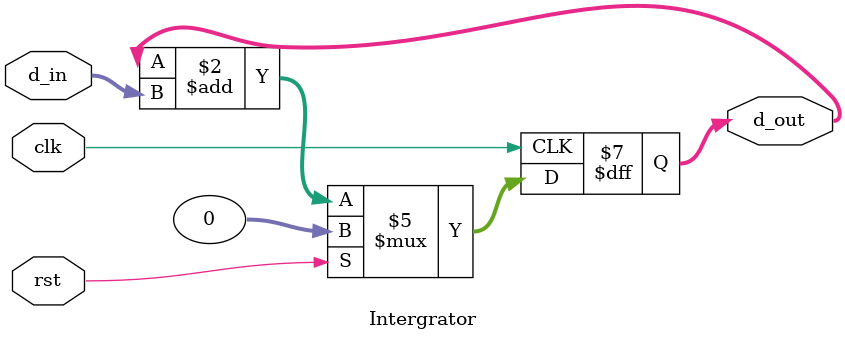
<source format=v>
`timescale 1ns / 1ps
`timescale 1ns/1ns
//////////////////////////////////////////////////////////////////////////////////
// Company: University of Cape Town
// Engineer: Mbele Lebohang
// 
// Create Date:    12:12:16 05/29/2018 
// Design Name: 
// Module Name:    Integrator
// Project Name: 	Interpolation Filter
// Target Devices: 
// Tool versions: 
// Description: 
//
// Dependencies: 
//
// Revision: 
// Revision 0.01 - File Created
// Additional Comments: 
//
//////////////////////////////////////////////////////////////////////////////////
module Intergrator		(input wire 	   			clk,
								 input wire 	   			rst,
								 input wire signed [31:0] 	d_in,
								 output reg signed [31:0] 	d_out);

//-------------- Register initialization --------------
	initial
	begin
		d_out <= 32'd0;
	end
//-----------------------------------------------------	
	
	always @(posedge clk)  
	begin
		if (rst)
		begin
			d_out <= 32'd0;
		end else
		begin
			// Integrator stage -> y[n] = x[n] + y[n - 1]
			d_out		<= d_out + d_in;
		end
	end								
endmodule


</source>
